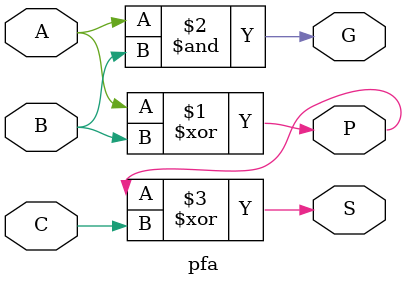
<source format=v>
module pfa(A, B, C, P, G, S);
  input A, B, C;
  output P, G, S;
  
  // compute P, G
  xor x0(P, A, B);
  and a0(G, A, B);
  
  // compute S = (A xor B) xor C = P xor C
  xor x1(S, P, C);
  
endmodule

</source>
